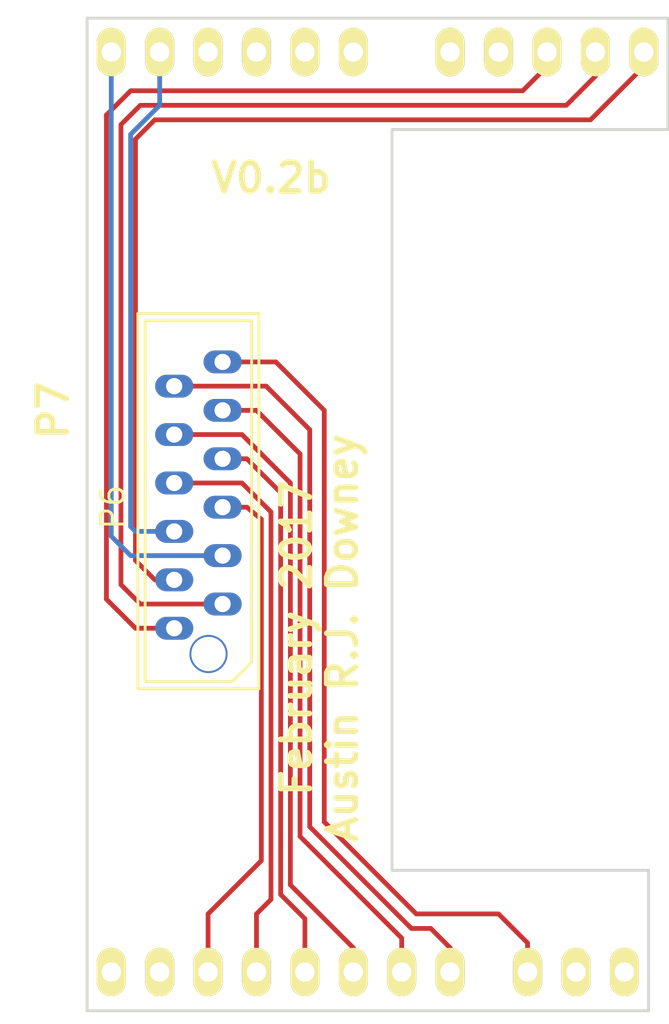
<source format=kicad_pcb>
(kicad_pcb (version 4) (host pcbnew 4.0.5)

  (general
    (links 12)
    (no_connects 0)
    (area 148.14 79.873499 183.463001 133.994501)
    (thickness 1.6)
    (drawings 10)
    (tracks 68)
    (zones 0)
    (modules 2)
    (nets 23)
  )

  (page A4)
  (layers
    (0 F.Cu signal)
    (31 B.Cu signal)
    (32 B.Adhes user hide)
    (33 F.Adhes user hide)
    (34 B.Paste user hide)
    (35 F.Paste user hide)
    (36 B.SilkS user)
    (37 F.SilkS user)
    (38 B.Mask user)
    (39 F.Mask user)
    (40 Dwgs.User user hide)
    (41 Cmts.User user hide)
    (42 Eco1.User user hide)
    (43 Eco2.User user hide)
    (44 Edge.Cuts user)
    (45 Margin user hide)
    (46 B.CrtYd user hide)
    (47 F.CrtYd user hide)
    (48 B.Fab user hide)
    (49 F.Fab user hide)
  )

  (setup
    (last_trace_width 0.25)
    (trace_clearance 0.2)
    (zone_clearance 0.508)
    (zone_45_only yes)
    (trace_min 0.01)
    (segment_width 0.2)
    (edge_width 0.15)
    (via_size 0.6)
    (via_drill 0.4)
    (via_min_size 0.4)
    (via_min_drill 0.3)
    (uvia_size 0.3)
    (uvia_drill 0.1)
    (uvias_allowed no)
    (uvia_min_size 0.2)
    (uvia_min_drill 0.1)
    (pcb_text_width 0.3)
    (pcb_text_size 1.5 1.5)
    (mod_edge_width 0.15)
    (mod_text_size 1 1)
    (mod_text_width 0.15)
    (pad_size 4.064 4.064)
    (pad_drill 0)
    (pad_to_mask_clearance 0.2)
    (aux_axis_origin 0 0)
    (visible_elements 7FFEFFE5)
    (pcbplotparams
      (layerselection 0x010f0_80000001)
      (usegerberextensions false)
      (excludeedgelayer true)
      (linewidth 0.100000)
      (plotframeref false)
      (viasonmask false)
      (mode 1)
      (useauxorigin false)
      (hpglpennumber 1)
      (hpglpenspeed 20)
      (hpglpendiameter 15)
      (hpglpenoverlay 2)
      (psnegative false)
      (psa4output false)
      (plotreference false)
      (plotvalue true)
      (plotinvisibletext false)
      (padsonsilk false)
      (subtractmaskfromsilk false)
      (outputformat 1)
      (mirror false)
      (drillshape 0)
      (scaleselection 1)
      (outputdirectory Gerber/shell/))
  )

  (net 0 "")
  (net 1 "Net-(P6-Pad1)")
  (net 2 "Net-(P6-Pad2)")
  (net 3 "Net-(P6-Pad3)")
  (net 4 "Net-(P6-Pad4)")
  (net 5 "Net-(P6-Pad5)")
  (net 6 "Net-(P6-Pad6)")
  (net 7 "Net-(P6-Pad7)")
  (net 8 "Net-(P6-Pad8)")
  (net 9 "Net-(P6-Pad9)")
  (net 10 "Net-(P6-Pad10)")
  (net 11 "Net-(P6-Pad11)")
  (net 12 "Net-(P6-Pad12)")
  (net 13 "Net-(P7-Pad4)")
  (net 14 "Net-(P7-Pad5)")
  (net 15 "Net-(P7-Pad6)")
  (net 16 "Net-(P7-Pad7)")
  (net 17 "Net-(P7-Pad8)")
  (net 18 "Net-(P7-Pad9)")
  (net 19 "Net-(P7-Pad12)")
  (net 20 "Net-(P7-Pad13)")
  (net 21 "Net-(P7-Pad21)")
  (net 22 "Net-(P7-Pad22)")

  (net_class Default "This is the default net class."
    (clearance 0.2)
    (trace_width 0.25)
    (via_dia 0.6)
    (via_drill 0.4)
    (uvia_dia 0.3)
    (uvia_drill 0.1)
    (add_net "Net-(P6-Pad1)")
    (add_net "Net-(P6-Pad10)")
    (add_net "Net-(P6-Pad11)")
    (add_net "Net-(P6-Pad12)")
    (add_net "Net-(P6-Pad2)")
    (add_net "Net-(P6-Pad3)")
    (add_net "Net-(P6-Pad4)")
    (add_net "Net-(P6-Pad5)")
    (add_net "Net-(P6-Pad6)")
    (add_net "Net-(P6-Pad7)")
    (add_net "Net-(P6-Pad8)")
    (add_net "Net-(P6-Pad9)")
    (add_net "Net-(P7-Pad12)")
    (add_net "Net-(P7-Pad13)")
    (add_net "Net-(P7-Pad21)")
    (add_net "Net-(P7-Pad22)")
    (add_net "Net-(P7-Pad4)")
    (add_net "Net-(P7-Pad5)")
    (add_net "Net-(P7-Pad6)")
    (add_net "Net-(P7-Pad7)")
    (add_net "Net-(P7-Pad8)")
    (add_net "Net-(P7-Pad9)")
  )

  (module Downey:ARDUINO_SHIELD_half_moon (layer F.Cu) (tedit 5892BC76) (tstamp 58903546)
    (at 148.59 104.14 270)
    (descr http://www.thingiverse.com/thing:9630)
    (path /5880E374)
    (fp_text reference P7 (at -2.54 -2.54 450) (layer F.SilkS)
      (effects (font (thickness 0.3048)))
    )
    (fp_text value arduino_half_moonX24 (at 12.192 -2.54 270) (layer F.SilkS) hide
      (effects (font (thickness 0.3048)))
    )
    (fp_line (start 28.194 -3.048) (end 29.464 -4.318) (layer Cmts.User) (width 0.381))
    (fp_line (start -21.336 -3.048) (end -23.876 -3.048) (layer Cmts.User) (width 0.381))
    (pad 11 thru_hole oval (at -21.336 -5.588 270) (size 2.54 1.524) (drill 1.016) (layers *.Cu *.Mask F.SilkS)
      (net 4 "Net-(P6-Pad4)"))
    (pad 10 thru_hole oval (at -21.336 -8.128 270) (size 2.54 1.524) (drill 1.016) (layers *.Cu *.Mask F.SilkS)
      (net 5 "Net-(P6-Pad5)"))
    (pad 9 thru_hole oval (at -21.336 -10.668 270) (size 2.54 1.524) (drill 1.016) (layers *.Cu *.Mask F.SilkS)
      (net 18 "Net-(P7-Pad9)"))
    (pad 6 thru_hole oval (at -21.336 -18.288 270) (size 2.54 1.524) (drill 1.016) (layers *.Cu *.Mask F.SilkS)
      (net 15 "Net-(P7-Pad6)"))
    (pad 7 thru_hole oval (at -21.336 -15.748 270) (size 2.54 1.524) (drill 1.016) (layers *.Cu *.Mask F.SilkS)
      (net 16 "Net-(P7-Pad7)"))
    (pad 8 thru_hole oval (at -21.336 -13.208 270) (size 2.54 1.524) (drill 1.016) (layers *.Cu *.Mask F.SilkS)
      (net 17 "Net-(P7-Pad8)"))
    (pad 5 thru_hole oval (at -21.336 -23.368 270) (size 2.54 1.524) (drill 1.016) (layers *.Cu *.Mask F.SilkS)
      (net 14 "Net-(P7-Pad5)"))
    (pad 4 thru_hole oval (at -21.336 -25.908 270) (size 2.54 1.524) (drill 1.016) (layers *.Cu *.Mask F.SilkS)
      (net 13 "Net-(P7-Pad4)"))
    (pad 3 thru_hole oval (at -21.336 -28.448 270) (size 2.54 1.524) (drill 1.016) (layers *.Cu *.Mask F.SilkS)
      (net 1 "Net-(P6-Pad1)"))
    (pad 1 thru_hole oval (at -21.336 -33.528 270) (size 2.54 1.524) (drill 1.016) (layers *.Cu *.Mask F.SilkS)
      (net 3 "Net-(P6-Pad3)"))
    (pad 12 thru_hole oval (at 26.924 -5.588 270) (size 2.54 1.524) (drill 1.016) (layers *.Cu *.Mask F.SilkS)
      (net 19 "Net-(P7-Pad12)"))
    (pad 13 thru_hole oval (at 26.924 -8.128 270) (size 2.54 1.524) (drill 1.016) (layers *.Cu *.Mask F.SilkS)
      (net 20 "Net-(P7-Pad13)"))
    (pad 14 thru_hole oval (at 26.924 -10.668 270) (size 2.54 1.524) (drill 1.016) (layers *.Cu *.Mask F.SilkS)
      (net 6 "Net-(P6-Pad6)"))
    (pad 15 thru_hole oval (at 26.924 -13.208 270) (size 2.54 1.524) (drill 1.016) (layers *.Cu *.Mask F.SilkS)
      (net 7 "Net-(P6-Pad7)"))
    (pad 16 thru_hole oval (at 26.924 -15.748 270) (size 2.54 1.524) (drill 1.016) (layers *.Cu *.Mask F.SilkS)
      (net 8 "Net-(P6-Pad8)"))
    (pad 17 thru_hole oval (at 26.924 -18.288 270) (size 2.54 1.524) (drill 1.016) (layers *.Cu *.Mask F.SilkS)
      (net 9 "Net-(P6-Pad9)"))
    (pad 18 thru_hole oval (at 26.924 -20.828 270) (size 2.54 1.524) (drill 1.016) (layers *.Cu *.Mask F.SilkS)
      (net 10 "Net-(P6-Pad10)"))
    (pad 19 thru_hole oval (at 26.924 -23.368 270) (size 2.54 1.524) (drill 1.016) (layers *.Cu *.Mask F.SilkS)
      (net 11 "Net-(P6-Pad11)"))
    (pad 20 thru_hole oval (at 26.924 -27.432 270) (size 2.54 1.524) (drill 1.016) (layers *.Cu *.Mask F.SilkS)
      (net 12 "Net-(P6-Pad12)"))
    (pad 21 thru_hole oval (at 26.924 -29.972 270) (size 2.54 1.524) (drill 1.016) (layers *.Cu *.Mask F.SilkS)
      (net 21 "Net-(P7-Pad21)"))
    (pad 22 thru_hole oval (at 26.924 -32.512 270) (size 2.54 1.524) (drill 1.016) (layers *.Cu *.Mask F.SilkS)
      (net 22 "Net-(P7-Pad22)"))
    (pad 2 thru_hole oval (at -21.336 -30.988 270) (size 2.54 1.524) (drill 1.016) (layers *.Cu *.Mask F.SilkS)
      (net 2 "Net-(P6-Pad2)"))
  )

  (module Downey:3M_12POS_ribbon_conn (layer F.Cu) (tedit 58A4DF9C) (tstamp 58807933)
    (at 158.75 106.68 90)
    (path /5880923C)
    (fp_text reference P6 (at 0 -4.5 90) (layer F.SilkS)
      (effects (font (size 1.2 1.2) (thickness 0.15)))
    )
    (fp_text value CONN_01X12 (at 2.25 4 90) (layer F.Fab)
      (effects (font (size 1.2 1.2) (thickness 0.15)))
    )
    (fp_line (start 9.525 3.175) (end 10.16 3.175) (layer F.SilkS) (width 0.15))
    (fp_line (start 9.144 2.794) (end 9.779 2.794) (layer F.SilkS) (width 0.15))
    (fp_line (start 9.144 -2.794) (end 9.779 -2.794) (layer F.SilkS) (width 0.15))
    (fp_line (start 9.525 -3.175) (end 10.16 -3.175) (layer F.SilkS) (width 0.15))
    (fp_line (start 9.779 2.794) (end 9.779 -2.794) (layer F.SilkS) (width 0.15))
    (fp_line (start 9.144 -2.794) (end -9.144 -2.794) (layer F.SilkS) (width 0.15))
    (fp_line (start -8.128 2.794) (end 9.144 2.794) (layer F.SilkS) (width 0.15))
    (fp_line (start -9.144 1.778) (end -8.128 2.794) (layer F.SilkS) (width 0.15))
    (fp_line (start -9.144 -2.794) (end -9.144 1.778) (layer F.SilkS) (width 0.15))
    (fp_line (start -9.525 -3.175) (end -9.525 3.175) (layer F.SilkS) (width 0.15))
    (fp_line (start -9.525 3.175) (end 9.525 3.175) (layer F.SilkS) (width 0.15))
    (fp_line (start 10.16 3.175) (end 10.16 -3.175) (layer F.SilkS) (width 0.15))
    (fp_line (start -9.525 -3.175) (end 9.525 -3.175) (layer F.SilkS) (width 0.15))
    (pad 1 thru_hole oval (at -6.35 -1.27 90) (size 1.2 2) (drill 0.85) (layers *.Cu *.Mask)
      (net 1 "Net-(P6-Pad1)"))
    (pad 2 thru_hole oval (at -5.08 1.27 90) (size 1.2 2) (drill 0.85) (layers *.Cu *.Mask)
      (net 2 "Net-(P6-Pad2)"))
    (pad 3 thru_hole oval (at -3.81 -1.27 90) (size 1.2 2) (drill 0.85) (layers *.Cu *.Mask)
      (net 3 "Net-(P6-Pad3)"))
    (pad 4 thru_hole oval (at -2.54 1.27 90) (size 1.2 2) (drill 0.85) (layers *.Cu *.Mask)
      (net 4 "Net-(P6-Pad4)"))
    (pad 5 thru_hole oval (at -1.27 -1.27 90) (size 1.2 2) (drill 0.85) (layers *.Cu *.Mask)
      (net 5 "Net-(P6-Pad5)"))
    (pad 6 thru_hole oval (at 0 1.27 90) (size 1.2 2) (drill 0.85) (layers *.Cu *.Mask)
      (net 6 "Net-(P6-Pad6)"))
    (pad 7 thru_hole oval (at 1.27 -1.27 90) (size 1.2 2) (drill 0.85) (layers *.Cu *.Mask)
      (net 7 "Net-(P6-Pad7)"))
    (pad 8 thru_hole oval (at 2.54 1.27 90) (size 1.2 2) (drill 0.85) (layers *.Cu *.Mask)
      (net 8 "Net-(P6-Pad8)"))
    (pad 9 thru_hole oval (at 3.81 -1.27 90) (size 1.2 2) (drill 0.85) (layers *.Cu *.Mask)
      (net 9 "Net-(P6-Pad9)"))
    (pad 10 thru_hole oval (at 5.08 1.27 90) (size 1.2 2) (drill 0.85) (layers *.Cu *.Mask)
      (net 10 "Net-(P6-Pad10)"))
    (pad 11 thru_hole oval (at 6.35 -1.27 90) (size 1.2 2) (drill 0.85) (layers *.Cu *.Mask)
      (net 11 "Net-(P6-Pad11)"))
    (pad 12 thru_hole oval (at 7.62 1.27 90) (size 1.2 2) (drill 0.85) (layers *.Cu *.Mask)
      (net 12 "Net-(P6-Pad12)"))
    (pad "" np_thru_hole circle (at -7.7 0.53 90) (size 2 2) (drill 1.8) (layers *.Cu *.Mask))
  )

  (gr_text V0.2b (at 162.56 89.408) (layer F.SilkS)
    (effects (font (size 1.5 1.5) (thickness 0.3)))
  )
  (gr_text "February 2017\nAustin R.J. Downey" (at 165.1 113.538 90) (layer F.SilkS)
    (effects (font (size 1.5 1.5) (thickness 0.3)))
  )
  (gr_line (start 152.908 133.096) (end 152.908 81.026) (angle 90) (layer Edge.Cuts) (width 0.15))
  (gr_line (start 182.372 133.096) (end 152.908 133.096) (angle 90) (layer Edge.Cuts) (width 0.15))
  (gr_line (start 182.372 125.73) (end 182.372 133.096) (angle 90) (layer Edge.Cuts) (width 0.15))
  (gr_line (start 168.91 125.73) (end 182.372 125.73) (angle 90) (layer Edge.Cuts) (width 0.15))
  (gr_line (start 168.91 86.868) (end 168.91 125.73) (angle 90) (layer Edge.Cuts) (width 0.15))
  (gr_line (start 183.388 86.868) (end 168.91 86.868) (angle 90) (layer Edge.Cuts) (width 0.15))
  (gr_line (start 183.388 81.026) (end 183.388 86.868) (angle 90) (layer Edge.Cuts) (width 0.15))
  (gr_line (start 152.908 81.026) (end 183.388 81.026) (angle 90) (layer Edge.Cuts) (width 0.15))

  (segment (start 177.038 82.804) (end 177.038 83.566) (width 0.25) (layer F.Cu) (net 1) (status C00000))
  (segment (start 177.038 83.566) (end 175.768 84.836) (width 0.25) (layer F.Cu) (net 1) (tstamp 58A4EC54) (status 400000))
  (segment (start 155.448 113.03) (end 157.48 113.03) (width 0.25) (layer F.Cu) (net 1) (tstamp 58A4EC5D) (status 800000))
  (segment (start 153.924 111.506) (end 155.448 113.03) (width 0.25) (layer F.Cu) (net 1) (tstamp 58A4EC5B))
  (segment (start 153.924 86.106) (end 153.924 111.506) (width 0.25) (layer F.Cu) (net 1) (tstamp 58A4EC59))
  (segment (start 155.194 84.836) (end 153.924 86.106) (width 0.25) (layer F.Cu) (net 1) (tstamp 58A4EC57))
  (segment (start 175.768 84.836) (end 155.194 84.836) (width 0.25) (layer F.Cu) (net 1) (tstamp 58A4EC55))
  (segment (start 160.02 111.76) (end 155.702 111.76) (width 0.25) (layer F.Cu) (net 2) (status 400000))
  (segment (start 178.054 85.598) (end 179.578 84.074) (width 0.25) (layer F.Cu) (net 2) (tstamp 58A4EC67) (status 800000))
  (segment (start 155.702 85.598) (end 178.054 85.598) (width 0.25) (layer F.Cu) (net 2) (tstamp 58A4EC65))
  (segment (start 154.686 86.614) (end 155.702 85.598) (width 0.25) (layer F.Cu) (net 2) (tstamp 58A4EC63))
  (segment (start 154.686 110.744) (end 154.686 86.614) (width 0.25) (layer F.Cu) (net 2) (tstamp 58A4EC62))
  (segment (start 155.702 111.76) (end 154.686 110.744) (width 0.25) (layer F.Cu) (net 2) (tstamp 58A4EC61))
  (segment (start 179.578 84.074) (end 179.578 82.804) (width 0.25) (layer F.Cu) (net 2) (tstamp 58A4EC69) (status C00000))
  (segment (start 182.118 82.804) (end 182.118 83.566) (width 0.25) (layer F.Cu) (net 3) (status C00000))
  (segment (start 182.118 83.566) (end 179.324 86.36) (width 0.25) (layer F.Cu) (net 3) (tstamp 58A4EC6D) (status 400000))
  (segment (start 179.324 86.36) (end 156.464 86.36) (width 0.25) (layer F.Cu) (net 3) (tstamp 58A4EC6E))
  (segment (start 156.464 86.36) (end 155.448 87.376) (width 0.25) (layer F.Cu) (net 3) (tstamp 58A4EC70))
  (segment (start 155.448 87.376) (end 155.448 109.474) (width 0.25) (layer F.Cu) (net 3) (tstamp 58A4EC72))
  (segment (start 155.448 109.474) (end 156.464 110.49) (width 0.25) (layer F.Cu) (net 3) (tstamp 58A4EC74))
  (segment (start 156.464 110.49) (end 157.48 110.49) (width 0.25) (layer F.Cu) (net 3) (tstamp 58A4EC75) (status 800000))
  (segment (start 154.178 82.804) (end 154.178 108.204) (width 0.25) (layer B.Cu) (net 4) (status 400000))
  (segment (start 155.194 109.22) (end 160.02 109.22) (width 0.25) (layer B.Cu) (net 4) (tstamp 58A4EC7B) (status 800000))
  (segment (start 154.178 108.204) (end 155.194 109.22) (width 0.25) (layer B.Cu) (net 4) (tstamp 58A4EC79))
  (segment (start 157.48 107.95) (end 155.448 107.95) (width 0.25) (layer B.Cu) (net 5) (status 400000))
  (segment (start 156.718 85.598) (end 156.718 82.804) (width 0.25) (layer B.Cu) (net 5) (tstamp 58A4EC83) (status 800000))
  (segment (start 155.194 87.122) (end 156.718 85.598) (width 0.25) (layer B.Cu) (net 5) (tstamp 58A4EC81))
  (segment (start 155.194 107.696) (end 155.194 87.122) (width 0.25) (layer B.Cu) (net 5) (tstamp 58A4EC80))
  (segment (start 155.448 107.95) (end 155.194 107.696) (width 0.25) (layer B.Cu) (net 5) (tstamp 58A4EC7F))
  (segment (start 159.258 131.064) (end 159.258 128.016) (width 0.25) (layer F.Cu) (net 6) (status 10))
  (segment (start 161.29 106.68) (end 160.02 106.68) (width 0.25) (layer F.Cu) (net 6) (tstamp 5892C056) (status 20))
  (segment (start 162.052 107.315) (end 161.29 106.68) (width 0.25) (layer F.Cu) (net 6) (tstamp 5892C053))
  (segment (start 162.052 125.222) (end 162.052 107.315) (width 0.25) (layer F.Cu) (net 6) (tstamp 5892C052))
  (segment (start 159.258 128.016) (end 162.052 125.222) (width 0.25) (layer F.Cu) (net 6) (tstamp 5892C051))
  (segment (start 161.798 131.064) (end 161.798 128.016) (width 0.25) (layer F.Cu) (net 7))
  (segment (start 161.036 105.41) (end 157.48 105.41) (width 0.25) (layer F.Cu) (net 7) (tstamp 58A4EC0D))
  (segment (start 162.56 106.934) (end 161.036 105.41) (width 0.25) (layer F.Cu) (net 7) (tstamp 58A4EC0B))
  (segment (start 162.56 127.254) (end 162.56 106.934) (width 0.25) (layer F.Cu) (net 7) (tstamp 58A4EC0A))
  (segment (start 161.798 128.016) (end 162.56 127.254) (width 0.25) (layer F.Cu) (net 7) (tstamp 58A4EC09))
  (segment (start 164.338 131.064) (end 164.338 128.27) (width 0.25) (layer F.Cu) (net 8))
  (segment (start 161.29 104.14) (end 160.02 104.14) (width 0.25) (layer F.Cu) (net 8) (tstamp 58A4EC17))
  (segment (start 163.068 105.918) (end 161.29 104.14) (width 0.25) (layer F.Cu) (net 8) (tstamp 58A4EC15))
  (segment (start 163.068 127) (end 163.068 105.918) (width 0.25) (layer F.Cu) (net 8) (tstamp 58A4EC13))
  (segment (start 164.338 128.27) (end 163.068 127) (width 0.25) (layer F.Cu) (net 8) (tstamp 58A4EC11))
  (segment (start 166.878 131.064) (end 166.878 129.794) (width 0.25) (layer F.Cu) (net 9))
  (segment (start 166.878 129.794) (end 163.576 126.492) (width 0.25) (layer F.Cu) (net 9) (tstamp 58A4EC1B))
  (segment (start 163.576 126.492) (end 163.576 105.41) (width 0.25) (layer F.Cu) (net 9) (tstamp 58A4EC1D))
  (segment (start 163.576 105.41) (end 161.036 102.87) (width 0.25) (layer F.Cu) (net 9) (tstamp 58A4EC1F))
  (segment (start 161.036 102.87) (end 157.48 102.87) (width 0.25) (layer F.Cu) (net 9) (tstamp 58A4EC21))
  (segment (start 169.418 131.064) (end 169.418 129.286) (width 0.25) (layer F.Cu) (net 10))
  (segment (start 161.798 101.6) (end 160.02 101.6) (width 0.25) (layer F.Cu) (net 10) (tstamp 58A4EC29))
  (segment (start 164.084 103.886) (end 161.798 101.6) (width 0.25) (layer F.Cu) (net 10) (tstamp 58A4EC27))
  (segment (start 164.084 123.952) (end 164.084 103.886) (width 0.25) (layer F.Cu) (net 10) (tstamp 58A4EC26))
  (segment (start 169.418 129.286) (end 164.084 123.952) (width 0.25) (layer F.Cu) (net 10) (tstamp 58A4EC25))
  (segment (start 171.958 131.064) (end 171.958 129.794) (width 0.25) (layer F.Cu) (net 11))
  (segment (start 171.958 129.794) (end 170.942 128.778) (width 0.25) (layer F.Cu) (net 11) (tstamp 58A4EC2F))
  (segment (start 170.942 128.778) (end 169.926 128.778) (width 0.25) (layer F.Cu) (net 11) (tstamp 58A4EC30))
  (segment (start 169.926 128.778) (end 164.592 123.444) (width 0.25) (layer F.Cu) (net 11) (tstamp 58A4EC32))
  (segment (start 164.592 123.444) (end 164.592 102.616) (width 0.25) (layer F.Cu) (net 11) (tstamp 58A4EC34))
  (segment (start 164.592 102.616) (end 162.306 100.33) (width 0.25) (layer F.Cu) (net 11) (tstamp 58A4EC36))
  (segment (start 162.306 100.33) (end 157.48 100.33) (width 0.25) (layer F.Cu) (net 11) (tstamp 58A4EC38))
  (segment (start 176.022 131.064) (end 176.022 129.54) (width 0.25) (layer F.Cu) (net 12))
  (segment (start 162.814 99.06) (end 160.02 99.06) (width 0.25) (layer F.Cu) (net 12) (tstamp 58A4EC46))
  (segment (start 165.354 101.6) (end 162.814 99.06) (width 0.25) (layer F.Cu) (net 12) (tstamp 58A4EC44))
  (segment (start 165.354 123.19) (end 165.354 101.6) (width 0.25) (layer F.Cu) (net 12) (tstamp 58A4EC42))
  (segment (start 170.18 128.016) (end 165.354 123.19) (width 0.25) (layer F.Cu) (net 12) (tstamp 58A4EC40))
  (segment (start 174.498 128.016) (end 170.18 128.016) (width 0.25) (layer F.Cu) (net 12) (tstamp 58A4EC3E))
  (segment (start 176.022 129.54) (end 174.498 128.016) (width 0.25) (layer F.Cu) (net 12) (tstamp 58A4EC3C))

)

</source>
